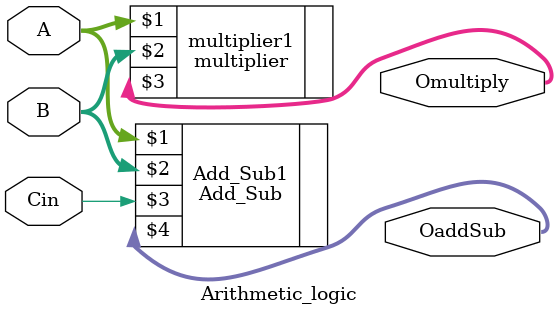
<source format=v>
module Arithmetic_logic(A, B, Cin, Omultiply, OaddSub);
	input [1:0]A;
	input [1:0]B;
	input Cin;
	output [3:0]Omultiply;
	output [3:0]OaddSub;
	multiplier multiplier1(A, B, Omultiply);
	Add_Sub Add_Sub1(A, B, Cin, OaddSub);
endmodule
</source>
